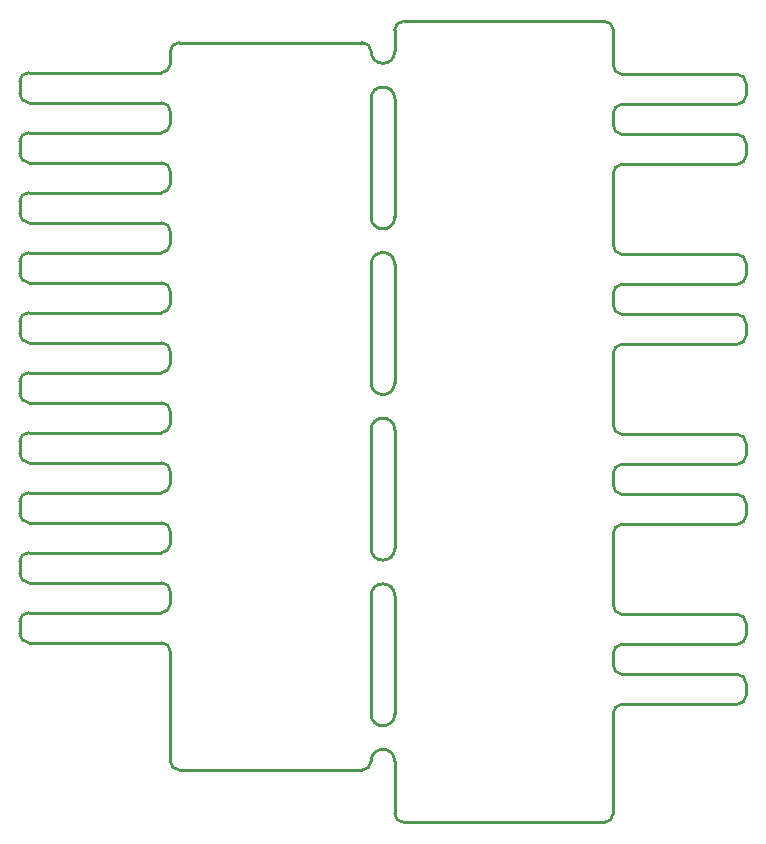
<source format=gbr>
%TF.GenerationSoftware,KiCad,Pcbnew,7.0.11*%
%TF.CreationDate,2024-11-09T09:44:04-05:00*%
%TF.ProjectId,14.1.4 - PMOS - PLC Connector Combined,31342e31-2e34-4202-9d20-504d4f53202d,rev?*%
%TF.SameCoordinates,Original*%
%TF.FileFunction,Profile,NP*%
%FSLAX46Y46*%
G04 Gerber Fmt 4.6, Leading zero omitted, Abs format (unit mm)*
G04 Created by KiCad (PCBNEW 7.0.11) date 2024-11-09 09:44:04*
%MOMM*%
%LPD*%
G01*
G04 APERTURE LIST*
%TA.AperFunction,Profile*%
%ADD10C,0.250000*%
%TD*%
G04 APERTURE END LIST*
D10*
X71240000Y-75990000D02*
X82490000Y-75990000D01*
X100240000Y-115187503D02*
X100240000Y-125207503D01*
X131989990Y-92120510D02*
G75*
G03*
X131240000Y-91370510I-749990J10D01*
G01*
X70490000Y-77780000D02*
X70490000Y-76740000D01*
X82490000Y-119170000D02*
X71240000Y-119170000D01*
X71240000Y-86150000D02*
X82490000Y-86150000D01*
X102240000Y-125207503D02*
X102240000Y-115187503D01*
X70490000Y-113340000D02*
X70490000Y-112300000D01*
X131240000Y-109150510D02*
X121490000Y-109150510D01*
X100240000Y-73120000D02*
X100240000Y-83140000D01*
X70490000Y-113340000D02*
G75*
G03*
X71240000Y-114090000I750000J0D01*
G01*
X131989990Y-122600510D02*
G75*
G03*
X131240000Y-121850510I-749990J10D01*
G01*
X70490000Y-87940000D02*
G75*
G03*
X71240000Y-88690000I750000J0D01*
G01*
X120739990Y-70300510D02*
G75*
G03*
X121490000Y-71050510I750010J10D01*
G01*
X82490000Y-70910000D02*
G75*
G03*
X83240000Y-70160000I0J750000D01*
G01*
X82490000Y-93770000D02*
X71240000Y-93770000D01*
X120740000Y-120060510D02*
X120740000Y-121100510D01*
X120740000Y-79420510D02*
X120740000Y-85540510D01*
X70490000Y-118420000D02*
G75*
G03*
X71240000Y-119170000I750000J0D01*
G01*
X131990000Y-122600510D02*
X131990000Y-123640510D01*
X71240000Y-86150000D02*
G75*
G03*
X70490000Y-86900000I0J-750000D01*
G01*
X71240000Y-116630000D02*
G75*
G03*
X70490000Y-117380000I0J-750000D01*
G01*
X100240000Y-69120000D02*
G75*
G03*
X102240000Y-69120000I1000000J0D01*
G01*
X70490000Y-108260000D02*
G75*
G03*
X71240000Y-109010000I750000J0D01*
G01*
X83240000Y-80320000D02*
X83240000Y-79280000D01*
X120739990Y-75380510D02*
G75*
G03*
X121490000Y-76130510I750010J10D01*
G01*
X120739990Y-105860510D02*
G75*
G03*
X121490000Y-106610510I750010J10D01*
G01*
X121490000Y-78670500D02*
G75*
G03*
X120740000Y-79420510I0J-750000D01*
G01*
X82490000Y-103930000D02*
X71240000Y-103930000D01*
X121490000Y-119310500D02*
G75*
G03*
X120740000Y-120060510I0J-750000D01*
G01*
X121490000Y-86290510D02*
X131240000Y-86290510D01*
X131240000Y-73590510D02*
X121490000Y-73590510D01*
X131240000Y-93910510D02*
X121490000Y-93910510D01*
X82490000Y-75990000D02*
G75*
G03*
X83240000Y-75240000I0J750000D01*
G01*
X100240000Y-69120000D02*
G75*
G03*
X99490000Y-68370000I-750000J0D01*
G01*
X82490000Y-73450000D02*
X71240000Y-73450000D01*
X131989990Y-107360510D02*
G75*
G03*
X131240000Y-106610510I-749990J10D01*
G01*
X131990000Y-92120510D02*
X131990000Y-93160510D01*
X100240000Y-87140000D02*
X100240000Y-97160000D01*
X70490000Y-98100000D02*
G75*
G03*
X71240000Y-98850000I750000J0D01*
G01*
X131240000Y-104070510D02*
X121490000Y-104070510D01*
X70490000Y-77780000D02*
G75*
G03*
X71240000Y-78530000I750000J0D01*
G01*
X70490000Y-87940000D02*
X70490000Y-86900000D01*
X83240000Y-110800000D02*
X83240000Y-109760000D01*
X131989990Y-117520510D02*
G75*
G03*
X131240000Y-116770510I-749990J10D01*
G01*
X131240000Y-88830510D02*
X121490000Y-88830510D01*
X71240000Y-111550000D02*
G75*
G03*
X70490000Y-112300000I0J-750000D01*
G01*
X131990000Y-87040510D02*
X131990000Y-88080510D01*
X83240000Y-114840000D02*
G75*
G03*
X82490000Y-114090000I-750000J0D01*
G01*
X102240000Y-101167503D02*
G75*
G03*
X100240000Y-101167503I-1000000J0D01*
G01*
X82490000Y-91230000D02*
G75*
G03*
X83240000Y-90480000I0J750000D01*
G01*
X131240000Y-93910500D02*
G75*
G03*
X131990000Y-93160510I0J750000D01*
G01*
X71240000Y-116630000D02*
X82490000Y-116630000D01*
X82490000Y-78530000D02*
X71240000Y-78530000D01*
X82490000Y-109010000D02*
X71240000Y-109010000D01*
X70490000Y-103180000D02*
X70490000Y-102140000D01*
X83240000Y-89440000D02*
G75*
G03*
X82490000Y-88690000I-750000J0D01*
G01*
X121490000Y-93910500D02*
G75*
G03*
X120740000Y-94660510I0J-750000D01*
G01*
X83239997Y-129207503D02*
G75*
G03*
X83990000Y-129957503I750003J3D01*
G01*
X83240000Y-70160000D02*
X83240000Y-69120000D01*
X70490000Y-82860000D02*
G75*
G03*
X71240000Y-83610000I750000J0D01*
G01*
X102240000Y-129207503D02*
G75*
G03*
X100240000Y-129207503I-1000000J0D01*
G01*
X102240000Y-111187503D02*
X102240000Y-101167503D01*
X71240000Y-106470000D02*
G75*
G03*
X70490000Y-107220000I0J-750000D01*
G01*
X82490000Y-106470000D02*
G75*
G03*
X83240000Y-105720000I0J750000D01*
G01*
X131989990Y-102280510D02*
G75*
G03*
X131240000Y-101530510I-749990J10D01*
G01*
X102240000Y-97160000D02*
X102240000Y-87140000D01*
X121490000Y-109150500D02*
G75*
G03*
X120740000Y-109900510I0J-750000D01*
G01*
X82490000Y-83610000D02*
X71240000Y-83610000D01*
X83240000Y-104680000D02*
G75*
G03*
X82490000Y-103930000I-750000J0D01*
G01*
X82490000Y-86150000D02*
G75*
G03*
X83240000Y-85400000I0J750000D01*
G01*
X121490000Y-116770510D02*
X131240000Y-116770510D01*
X99490000Y-129957503D02*
X83990000Y-129957503D01*
X120739990Y-67300510D02*
G75*
G03*
X119990000Y-66550510I-749990J10D01*
G01*
X120739990Y-116020510D02*
G75*
G03*
X121490000Y-116770510I750010J10D01*
G01*
X131240000Y-78670500D02*
G75*
G03*
X131990000Y-77920510I0J750000D01*
G01*
X71240000Y-101390000D02*
X82490000Y-101390000D01*
X102240000Y-73120000D02*
G75*
G03*
X100240000Y-73120000I-1000000J0D01*
G01*
X102990000Y-66550500D02*
G75*
G03*
X102240000Y-67300510I0J-750000D01*
G01*
X120740000Y-67300510D02*
X120740000Y-70300510D01*
X120739990Y-100780510D02*
G75*
G03*
X121490000Y-101530510I750010J10D01*
G01*
X70490000Y-82860000D02*
X70490000Y-81820000D01*
X131240000Y-119310510D02*
X121490000Y-119310510D01*
X70490000Y-103180000D02*
G75*
G03*
X71240000Y-103930000I750000J0D01*
G01*
X131990000Y-76880510D02*
X131990000Y-77920510D01*
X83240000Y-109760000D02*
G75*
G03*
X82490000Y-109010000I-750000J0D01*
G01*
X120740000Y-104820510D02*
X120740000Y-105860510D01*
X71240000Y-75990000D02*
G75*
G03*
X70490000Y-76740000I0J-750000D01*
G01*
X82490000Y-81070000D02*
G75*
G03*
X83240000Y-80320000I0J750000D01*
G01*
X83240000Y-100640000D02*
X83240000Y-99600000D01*
X121490000Y-73590500D02*
G75*
G03*
X120740000Y-74340510I0J-750000D01*
G01*
X100240000Y-101167503D02*
X100240000Y-111187503D01*
X83240000Y-84360000D02*
G75*
G03*
X82490000Y-83610000I-750000J0D01*
G01*
X71240000Y-111550000D02*
X82490000Y-111550000D01*
X70490000Y-72700000D02*
X70490000Y-71660000D01*
X83240000Y-119920000D02*
G75*
G03*
X82490000Y-119170000I-750000J0D01*
G01*
X121490000Y-104070500D02*
G75*
G03*
X120740000Y-104820510I0J-750000D01*
G01*
X120740000Y-94660510D02*
X120740000Y-100780510D01*
X83240000Y-115880000D02*
X83240000Y-114840000D01*
X131240000Y-119310500D02*
G75*
G03*
X131990000Y-118560510I0J750000D01*
G01*
X100240000Y-111187503D02*
G75*
G03*
X102240000Y-111187503I1000000J0D01*
G01*
X71240000Y-101390000D02*
G75*
G03*
X70490000Y-102140000I0J-750000D01*
G01*
X83990000Y-68370000D02*
G75*
G03*
X83240000Y-69120000I0J-750000D01*
G01*
X70490000Y-108260000D02*
X70490000Y-107220000D01*
X131989990Y-71800510D02*
G75*
G03*
X131240000Y-71050510I-749990J10D01*
G01*
X120739990Y-90620510D02*
G75*
G03*
X121490000Y-91370510I750010J10D01*
G01*
X71240000Y-70910000D02*
G75*
G03*
X70490000Y-71660000I0J-750000D01*
G01*
X83240000Y-85400000D02*
X83240000Y-84360000D01*
X120739990Y-85540510D02*
G75*
G03*
X121490000Y-86290510I750010J10D01*
G01*
X71240000Y-91230000D02*
G75*
G03*
X70490000Y-91980000I0J-750000D01*
G01*
X121490000Y-88830500D02*
G75*
G03*
X120740000Y-89580510I0J-750000D01*
G01*
X71240000Y-96310000D02*
G75*
G03*
X70490000Y-97060000I0J-750000D01*
G01*
X70490000Y-98100000D02*
X70490000Y-97060000D01*
X70490000Y-93020000D02*
X70490000Y-91980000D01*
X83240000Y-74200000D02*
G75*
G03*
X82490000Y-73450000I-750000J0D01*
G01*
X82490000Y-114090000D02*
X71240000Y-114090000D01*
X70490000Y-93020000D02*
G75*
G03*
X71240000Y-93770000I750000J0D01*
G01*
X131240000Y-124390500D02*
G75*
G03*
X131990000Y-123640510I0J750000D01*
G01*
X121490000Y-121850510D02*
X131240000Y-121850510D01*
X70490000Y-72700000D02*
G75*
G03*
X71240000Y-73450000I750000J0D01*
G01*
X83240000Y-105720000D02*
X83240000Y-104680000D01*
X102240000Y-69120000D02*
X102240000Y-67300510D01*
X120739990Y-121100510D02*
G75*
G03*
X121490000Y-121850510I750010J10D01*
G01*
X71240000Y-96310000D02*
X82490000Y-96310000D01*
X71240000Y-81070000D02*
G75*
G03*
X70490000Y-81820000I0J-750000D01*
G01*
X120740000Y-89580510D02*
X120740000Y-90620510D01*
X83240000Y-99600000D02*
G75*
G03*
X82490000Y-98850000I-750000J0D01*
G01*
X82490000Y-98850000D02*
X71240000Y-98850000D01*
X100240000Y-83140000D02*
G75*
G03*
X102240000Y-83140000I1000000J0D01*
G01*
X119990000Y-134390510D02*
X102990000Y-134390510D01*
X82490000Y-116630000D02*
G75*
G03*
X83240000Y-115880000I0J750000D01*
G01*
X71240000Y-81070000D02*
X82490000Y-81070000D01*
X71240000Y-70910000D02*
X82490000Y-70910000D01*
X83240000Y-75240000D02*
X83240000Y-74200000D01*
X102240000Y-133640510D02*
X102240000Y-129207503D01*
X119990000Y-134390500D02*
G75*
G03*
X120740000Y-133640510I0J750000D01*
G01*
X131240000Y-104070500D02*
G75*
G03*
X131990000Y-103320510I0J750000D01*
G01*
X102240000Y-87140000D02*
G75*
G03*
X100240000Y-87140000I-1000000J0D01*
G01*
X83240000Y-94520000D02*
G75*
G03*
X82490000Y-93770000I-750000J0D01*
G01*
X102240000Y-115187503D02*
G75*
G03*
X100240000Y-115187503I-1000000J0D01*
G01*
X100240000Y-125207503D02*
G75*
G03*
X102240000Y-125207503I1000000J0D01*
G01*
X120740000Y-109900510D02*
X120740000Y-116020510D01*
X99490000Y-129957500D02*
G75*
G03*
X100240000Y-129207503I0J750000D01*
G01*
X120740000Y-74340510D02*
X120740000Y-75380510D01*
X131990000Y-71800510D02*
X131990000Y-72840510D01*
X121490000Y-101530510D02*
X131240000Y-101530510D01*
X102240000Y-83140000D02*
X102240000Y-73120000D01*
X83240000Y-129207503D02*
X83240000Y-119920000D01*
X82490000Y-96310000D02*
G75*
G03*
X83240000Y-95560000I0J750000D01*
G01*
X70490000Y-118420000D02*
X70490000Y-117380000D01*
X83240000Y-90480000D02*
X83240000Y-89440000D01*
X131990000Y-107360510D02*
X131990000Y-108400510D01*
X102239990Y-133640510D02*
G75*
G03*
X102990000Y-134390510I750010J10D01*
G01*
X121490000Y-76130510D02*
X131240000Y-76130510D01*
X131240000Y-124390510D02*
X121490000Y-124390510D01*
X131989990Y-87040510D02*
G75*
G03*
X131240000Y-86290510I-749990J10D01*
G01*
X82490000Y-101390000D02*
G75*
G03*
X83240000Y-100640000I0J750000D01*
G01*
X83240000Y-79280000D02*
G75*
G03*
X82490000Y-78530000I-750000J0D01*
G01*
X83990000Y-68370000D02*
X99490000Y-68370000D01*
X131240000Y-88830500D02*
G75*
G03*
X131990000Y-88080510I0J750000D01*
G01*
X71240000Y-106470000D02*
X82490000Y-106470000D01*
X131990000Y-102280510D02*
X131990000Y-103320510D01*
X131240000Y-73590500D02*
G75*
G03*
X131990000Y-72840510I0J750000D01*
G01*
X131240000Y-109150500D02*
G75*
G03*
X131990000Y-108400510I0J750000D01*
G01*
X121490000Y-124390500D02*
G75*
G03*
X120740000Y-125140510I0J-750000D01*
G01*
X131989990Y-76880510D02*
G75*
G03*
X131240000Y-76130510I-749990J10D01*
G01*
X83240000Y-95560000D02*
X83240000Y-94520000D01*
X121490000Y-91370510D02*
X131240000Y-91370510D01*
X102990000Y-66550510D02*
X119990000Y-66550510D01*
X131240000Y-78670510D02*
X121490000Y-78670510D01*
X82490000Y-111550000D02*
G75*
G03*
X83240000Y-110800000I0J750000D01*
G01*
X131990000Y-117520510D02*
X131990000Y-118560510D01*
X121490000Y-106610510D02*
X131240000Y-106610510D01*
X71240000Y-91230000D02*
X82490000Y-91230000D01*
X82490000Y-88690000D02*
X71240000Y-88690000D01*
X100240000Y-97160000D02*
G75*
G03*
X102240000Y-97160000I1000000J0D01*
G01*
X121490000Y-71050510D02*
X131240000Y-71050510D01*
X120740000Y-125140510D02*
X120740000Y-133640510D01*
M02*

</source>
